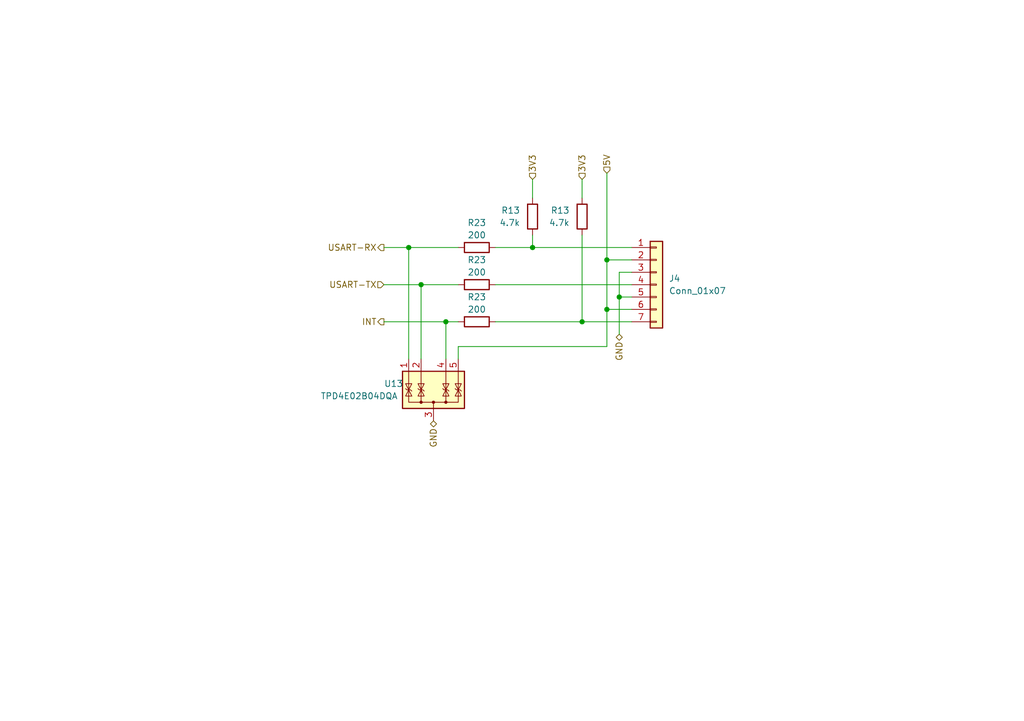
<source format=kicad_sch>
(kicad_sch (version 20230121) (generator eeschema)
  (paper "A5")
  (lib_symbols
    (symbol "Connector_Generic:Conn_01x07" (pin_names (offset 1.016) hide)
      (property "Reference" "J" (at 0 10.16 0))
      (property "Value" "Conn_01x07" (at 0 -10.16 0))
      (symbol "Conn_01x07_1_1"
        (rectangle (start -1.27 -7.493) (end 0 -7.747) (stroke (width 0.1524)))
        (rectangle (start -1.27 -4.953) (end 0 -5.207) (stroke (width 0.1524)))
        (rectangle (start -1.27 -2.413) (end 0 -2.667) (stroke (width 0.1524)))
        (rectangle (start -1.27 0.127) (end 0 -0.127) (stroke (width 0.1524)))
        (rectangle (start -1.27 2.667) (end 0 2.413) (stroke (width 0.1524)))
        (rectangle (start -1.27 5.207) (end 0 4.953) (stroke (width 0.1524)))
        (rectangle (start -1.27 7.747) (end 0 7.493) (stroke (width 0.1524)))
        (rectangle (start -1.27 8.89) (end 1.27 -8.89) (stroke (width 0.254)) (fill (type background)))
        (pin passive line (at -5.08 7.62 0) (length 3.81) (name "Pin_1") (number "1"))
        (pin passive line (at -5.08 5.08 0) (length 3.81) (name "Pin_2") (number "2"))
        (pin passive line (at -5.08 2.54 0) (length 3.81) (name "Pin_3") (number "3"))
        (pin passive line (at -5.08 0 0) (length 3.81) (name "Pin_4") (number "4"))
        (pin passive line (at -5.08 -2.54 0) (length 3.81) (name "Pin_5") (number "5"))
        (pin passive line (at -5.08 -5.08 0) (length 3.81) (name "Pin_6") (number "6"))
        (pin passive line (at -5.08 -7.62 0) (length 3.81) (name "Pin_7") (number "7"))
      )
    )
    (symbol "Device:R" (pin_numbers hide) (pin_names (offset 0))
      (property "Reference" "R" (at 2.032 0 90))
      (property "Value" "R" (at 0 0 90))
      (symbol "R_0_1"
        (rectangle (start -1.016 -2.54) (end 1.016 2.54) (stroke (width 0.254)))
      )
      (symbol "R_1_1"
        (pin passive line (at 0 3.81 270) (length 1.27) (name "~") (number "1"))
        (pin passive line (at 0 -3.81 90) (length 1.27) (name "~") (number "2"))
      )
    )
    (symbol "RKL-Uncategorized:TPD4E02B04DQA" (pin_names hide)
      (property "Reference" "U" (at 10.16 -1.27 0))
      (symbol "TPD4E02B04DQA_0_0"
        (pin passive line (at 0 -10.16 90) (length 2.54) (name "G") (number "3"))
      )
      (symbol "TPD4E02B04DQA_0_1"
        (rectangle (start -6.35 0) (end 6.35 -7.62) (stroke (width 0.254)) (fill (type background)))
        (circle (center 0 -6.35) (radius 0.254) (fill (type outline)))
        (polyline (pts (xy -2.54 0) (xy -2.54 -6.35)))
        (polyline (pts (xy 0 -6.35) (xy 0 -7.62)))
        (polyline (pts (xy 2.54 0) (xy 2.54 -6.35)))
        (polyline (pts (xy -5.08 0) (xy -5.08 -6.35) (xy 5.08 -6.35) (xy 5.08 0)))
        (polyline (pts (xy -4.445 -5.08) (xy -5.715 -5.08) (xy -5.08 -3.81) (xy -4.445 -5.08)))
        (polyline (pts (xy -3.175 -3.556) (xy -2.921 -3.81) (xy -2.159 -3.81) (xy -1.905 -4.064)))
        (polyline (pts (xy -2.54 -3.81) (xy -1.905 -5.08) (xy -3.175 -5.08) (xy -2.54 -3.81)))
        (polyline (pts (xy 2.54 -3.81) (xy 1.905 -5.08) (xy 3.175 -5.08) (xy 2.54 -3.81)))
        (polyline (pts (xy 5.08 -3.81) (xy 4.445 -5.08) (xy 5.715 -5.08) (xy 5.08 -3.81)))
        (circle (center 2.54 -6.35) (radius 0.254) (fill (type outline)))
      )
      (symbol "TPD4E02B04DQA_1_1"
        (circle (center -2.54 -6.35) (radius 0.254) (fill (type outline)))
        (polyline (pts (xy -5.715 -3.556) (xy -5.461 -3.81) (xy -4.699 -3.81) (xy -4.445 -4.064)))
        (polyline (pts (xy -5.08 -3.81) (xy -5.715 -2.54) (xy -4.445 -2.54) (xy -5.08 -3.81)))
        (polyline (pts (xy -2.54 -3.81) (xy -3.175 -2.54) (xy -1.905 -2.54) (xy -2.54 -3.81)))
        (polyline (pts (xy 1.905 -3.556) (xy 2.159 -3.81) (xy 2.921 -3.81) (xy 3.175 -4.064)))
        (polyline (pts (xy 2.54 -3.81) (xy 1.905 -2.54) (xy 3.175 -2.54) (xy 2.54 -3.81)))
        (polyline (pts (xy 4.445 -3.556) (xy 4.699 -3.81) (xy 5.461 -3.81) (xy 5.715 -4.064)))
        (polyline (pts (xy 5.08 -3.81) (xy 4.445 -2.54) (xy 5.715 -2.54) (xy 5.08 -3.81)))
        (pin passive line (at -5.08 2.54 270) (length 2.54) (name "IO1") (number "1"))
        (pin no_connect line (at -5.08 -7.62 90) (length 2.54) hide (name "NC") (number "10"))
        (pin passive line (at -2.54 2.54 270) (length 2.54) (name "IO2") (number "2"))
        (pin passive line (at 2.54 2.54 270) (length 2.54) (name "IO3") (number "4"))
        (pin passive line (at 5.08 2.54 270) (length 2.54) (name "IO4") (number "5"))
        (pin no_connect line (at 5.08 -7.62 90) (length 2.54) hide (name "NC") (number "6"))
        (pin no_connect line (at 2.54 -7.62 90) (length 2.54) hide (name "NC") (number "7"))
        (pin passive line (at 0 -10.16 90) (length 2.54) hide (name "G") (number "8"))
        (pin no_connect line (at -2.54 -7.62 90) (length 2.54) hide (name "NC") (number "9"))
      )
    )
  )
  (junction (at 83.82 50.8))
  (junction (at 86.36 58.42))
  (junction (at 109.22 50.8))
  (junction (at 119.38 66.04))
  (junction (at 124.46 53.34))
  (junction (at 91.44 66.04))
  (junction (at 127 60.96))
  (junction (at 124.46 63.5))
  (wire (pts (xy 124.46 53.34) (xy 129.54 53.34)))
  (wire (pts (xy 86.36 58.42) (xy 86.36 73.66)))
  (wire (pts (xy 78.74 66.04) (xy 91.44 66.04)))
  (wire (pts (xy 124.46 35.56) (xy 124.46 53.34)))
  (wire (pts (xy 83.82 50.8) (xy 83.82 73.66)))
  (wire (pts (xy 127 60.96) (xy 129.54 60.96)))
  (wire (pts (xy 119.38 48.26) (xy 119.38 66.04)))
  (wire (pts (xy 109.22 48.26) (xy 109.22 50.8)))
  (wire (pts (xy 101.6 58.42) (xy 129.54 58.42)))
  (wire (pts (xy 119.38 66.04) (xy 129.54 66.04)))
  (wire (pts (xy 91.44 66.04) (xy 91.44 73.66)))
  (wire (pts (xy 78.74 58.42) (xy 86.36 58.42)))
  (wire (pts (xy 93.98 71.12) (xy 124.46 71.12)))
  (wire (pts (xy 127 68.58) (xy 127 60.96)))
  (wire (pts (xy 124.46 71.12) (xy 124.46 63.5)))
  (wire (pts (xy 101.6 50.8) (xy 109.22 50.8)))
  (wire (pts (xy 124.46 53.34) (xy 124.46 63.5)))
  (wire (pts (xy 78.74 50.8) (xy 83.82 50.8)))
  (wire (pts (xy 109.22 50.8) (xy 129.54 50.8)))
  (wire (pts (xy 91.44 66.04) (xy 93.98 66.04)))
  (wire (pts (xy 93.98 73.66) (xy 93.98 71.12)))
  (wire (pts (xy 101.6 66.04) (xy 119.38 66.04)))
  (wire (pts (xy 109.22 36.83) (xy 109.22 40.64)))
  (wire (pts (xy 119.38 36.83) (xy 119.38 40.64)))
  (wire (pts (xy 129.54 63.5) (xy 124.46 63.5)))
  (wire (pts (xy 127 55.88) (xy 129.54 55.88)))
  (wire (pts (xy 127 60.96) (xy 127 55.88)))
  (wire (pts (xy 83.82 50.8) (xy 93.98 50.8)))
  (wire (pts (xy 86.36 58.42) (xy 93.98 58.42)))
  (hierarchical_label "5V" (shape input) (at 124.46 35.56 90))
  (hierarchical_label "GND" (shape bidirectional) (at 127 68.58 270))
  (hierarchical_label "GND" (shape bidirectional) (at 88.9 86.36 270))
  (hierarchical_label "INT" (shape output) (at 78.74 66.04 180))
  (hierarchical_label "USART-RX" (shape output) (at 78.74 50.8 180))
  (hierarchical_label "USART-TX" (shape input) (at 78.74 58.42 180))
  (hierarchical_label "3V3" (shape input) (at 109.22 36.83 90))
  (hierarchical_label "3V3" (shape input) (at 119.38 36.83 90))
  (symbol (lib_id "Connector_Generic:Conn_01x07") (at 134.62 58.42 0) (unit 1)
    (property "Reference" "J4" (at 137.16 57.15 0) (effects (justify left)))
    (property "Value" "Conn_01x07" (at 137.16 59.69 0) (effects (justify left)))
    (property "Footprint" "Connector_JST:JST_PH_S7B-PH-SM4-TB_1x07-1MP_P2.00mm_Horizontal" (effects hide))
    (property "LCSC" "C265453" (effects hide))
    (property "info" "další info viz: https://www.tme.eu/html/CZ/konektor-kabel-pl-spoj-jst/ramka_15955_CZ_pelny.html" (effects hide))
    (property "Basic/Extended" "E" (effects hide))
  )
  (symbol (lib_id "Device:R") (at 109.22 44.45 180) (unit 1)
    (property "Reference" "R13" (at 106.68 43.18 0) (effects (justify left)))
    (property "Value" "4.7k" (at 106.68 45.72 0) (effects (justify left)))
    (property "Footprint" "Resistor_SMD:R_0402_1005Metric" (effects hide))
    (property "LCSC" "C25900" (effects hide))
    (property "Basic/Extended" "B" (effects hide))
    (instances (project "ZakladniElektronika" (path "" (reference "R13") (unit 1)) (path "" (reference "R48") (unit 1))) (project "RB3203" (path "" (reference "R?") (unit 1))))
  )
  (symbol (lib_id "Device:R") (at 119.38 44.45 180) (unit 1)
    (property "Reference" "R13" (at 116.84 43.18 0) (effects (justify left)))
    (property "Value" "4.7k" (at 116.84 45.72 0) (effects (justify left)))
    (property "Footprint" "Resistor_SMD:R_0402_1005Metric" (effects hide))
    (property "LCSC" "C25900" (effects hide))
    (property "Basic/Extended" "B" (effects hide))
    (instances (project "ZakladniElektronika" (path "" (reference "R13") (unit 1)) (path "" (reference "R45") (unit 1))) (project "RB3203" (path "" (reference "R?") (unit 1))))
  )
  (symbol (lib_id "Device:R") (at 97.79 58.42 270) (unit 1)
    (property "Reference" "R23" (at 97.79 53.34 90))
    (property "Value" "200" (at 97.79 55.88 90))
    (property "Footprint" "Resistor_SMD:R_0402_1005Metric" (effects hide))
    (property "LCSC" "C25087" (effects hide))
    (property "Basic/Extended" "B" (effects hide))
    (instances (project "ZakladniElektronika" (path "" (reference "R23") (unit 1)) (path "" (reference "R30") (unit 1)) (path "" (reference "R30") (unit 1))))
  )
  (symbol (lib_id "Device:R") (at 97.79 66.04 270) (unit 1)
    (property "Reference" "R23" (at 97.79 60.96 90))
    (property "Value" "200" (at 97.79 63.5 90))
    (property "Footprint" "Resistor_SMD:R_0402_1005Metric" (effects hide))
    (property "LCSC" "C25087" (effects hide))
    (property "Basic/Extended" "B" (effects hide))
    (instances (project "ZakladniElektronika" (path "" (reference "R23") (unit 1)) (path "" (reference "R30") (unit 1)) (path "" (reference "R49") (unit 1))))
  )
  (symbol (lib_id "Device:R") (at 97.79 50.8 270) (unit 1)
    (property "Reference" "R23" (at 97.79 45.72 90))
    (property "Value" "200" (at 97.79 48.26 90))
    (property "Footprint" "Resistor_SMD:R_0402_1005Metric" (effects hide))
    (property "LCSC" "C25087" (effects hide))
    (property "Basic/Extended" "B" (effects hide))
    (instances (project "ZakladniElektronika" (path "" (reference "R23") (unit 1)) (path "" (reference "R30") (unit 1)) (path "" (reference "R29") (unit 1))))
  )
  (symbol (lib_id "RKL-Uncategorized:TPD4E02B04DQA") (at 88.9 76.2 0) (unit 1)
    (property "Reference" "U13" (at 78.74 78.74 0) (effects (justify left)))
    (property "Value" "TPD4E02B04DQA" (at 73.66 81.28 0))
    (property "Footprint" "Package_SON:USON-10_2.5x1.0mm_P0.5mm" (effects hide))
    (property "Datasheet" "http://www.ti.com/lit/ds/symlink/tpd4e02b04.pdf" (effects hide))
    (property "LCSC" "C106794" (effects hide))
    (property "Basic/Extended" "E" (effects hide))
    (instances (project "ZakladniElektronika" (path "" (reference "U13") (unit 1)) (path "" (reference "U5") (unit 1))))
  )
)
</source>
